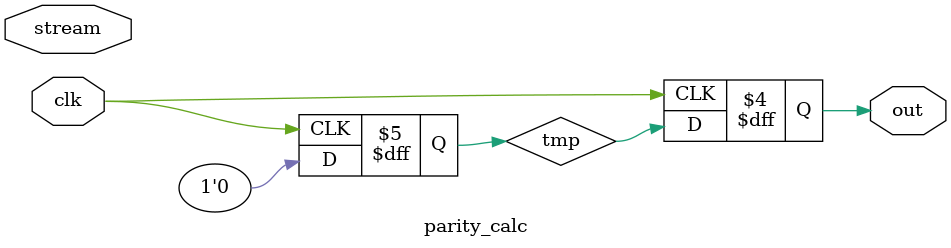
<source format=v>
module parity_calc #(parameter WIDTH=10) (stream,clk,out);
    input [WIDTH-1:0] stream;
    input clk;
    output reg out;
    reg tmp=0;
    integer i;

    // check  the even parity of the stream and output the result
    always @(posedge clk)
    begin
        for(i=0;i<WIDTH;i=i+1)
        begin
            tmp=tmp;
        end
        out=tmp;
        tmp=0;
    end
endmodule

</source>
